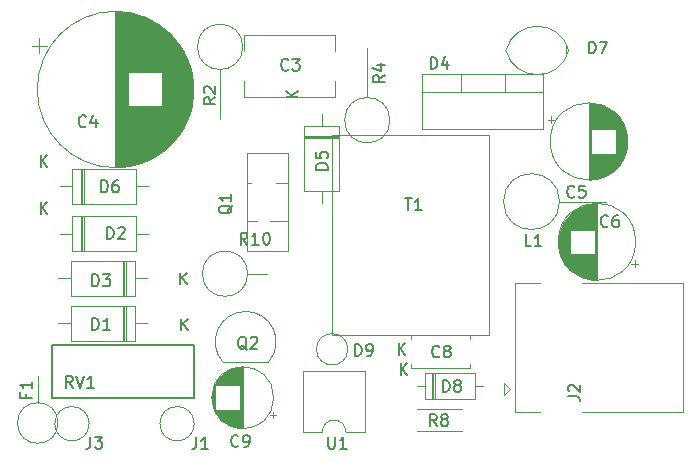
<source format=gbr>
G04 #@! TF.GenerationSoftware,KiCad,Pcbnew,(6.0.5)*
G04 #@! TF.CreationDate,2022-05-08T20:16:57+02:00*
G04 #@! TF.ProjectId,Zasilacz_5V_impulsowy,5a617369-6c61-4637-9a5f-35565f696d70,rev?*
G04 #@! TF.SameCoordinates,Original*
G04 #@! TF.FileFunction,Legend,Top*
G04 #@! TF.FilePolarity,Positive*
%FSLAX46Y46*%
G04 Gerber Fmt 4.6, Leading zero omitted, Abs format (unit mm)*
G04 Created by KiCad (PCBNEW (6.0.5)) date 2022-05-08 20:16:57*
%MOMM*%
%LPD*%
G01*
G04 APERTURE LIST*
%ADD10C,0.150000*%
%ADD11C,0.120000*%
G04 APERTURE END LIST*
D10*
G04 #@! TO.C,C3*
X104433333Y-98907142D02*
X104385714Y-98954761D01*
X104242857Y-99002380D01*
X104147619Y-99002380D01*
X104004761Y-98954761D01*
X103909523Y-98859523D01*
X103861904Y-98764285D01*
X103814285Y-98573809D01*
X103814285Y-98430952D01*
X103861904Y-98240476D01*
X103909523Y-98145238D01*
X104004761Y-98050000D01*
X104147619Y-98002380D01*
X104242857Y-98002380D01*
X104385714Y-98050000D01*
X104433333Y-98097619D01*
X104766666Y-98002380D02*
X105385714Y-98002380D01*
X105052380Y-98383333D01*
X105195238Y-98383333D01*
X105290476Y-98430952D01*
X105338095Y-98478571D01*
X105385714Y-98573809D01*
X105385714Y-98811904D01*
X105338095Y-98907142D01*
X105290476Y-98954761D01*
X105195238Y-99002380D01*
X104909523Y-99002380D01*
X104814285Y-98954761D01*
X104766666Y-98907142D01*
G04 #@! TO.C,F1*
X82178571Y-126383333D02*
X82178571Y-126716666D01*
X82702380Y-126716666D02*
X81702380Y-126716666D01*
X81702380Y-126240476D01*
X82702380Y-125335714D02*
X82702380Y-125907142D01*
X82702380Y-125621428D02*
X81702380Y-125621428D01*
X81845238Y-125716666D01*
X81940476Y-125811904D01*
X81988095Y-125907142D01*
G04 #@! TO.C,C6*
X131483333Y-112157142D02*
X131435714Y-112204761D01*
X131292857Y-112252380D01*
X131197619Y-112252380D01*
X131054761Y-112204761D01*
X130959523Y-112109523D01*
X130911904Y-112014285D01*
X130864285Y-111823809D01*
X130864285Y-111680952D01*
X130911904Y-111490476D01*
X130959523Y-111395238D01*
X131054761Y-111300000D01*
X131197619Y-111252380D01*
X131292857Y-111252380D01*
X131435714Y-111300000D01*
X131483333Y-111347619D01*
X132340476Y-111252380D02*
X132150000Y-111252380D01*
X132054761Y-111300000D01*
X132007142Y-111347619D01*
X131911904Y-111490476D01*
X131864285Y-111680952D01*
X131864285Y-112061904D01*
X131911904Y-112157142D01*
X131959523Y-112204761D01*
X132054761Y-112252380D01*
X132245238Y-112252380D01*
X132340476Y-112204761D01*
X132388095Y-112157142D01*
X132435714Y-112061904D01*
X132435714Y-111823809D01*
X132388095Y-111728571D01*
X132340476Y-111680952D01*
X132245238Y-111633333D01*
X132054761Y-111633333D01*
X131959523Y-111680952D01*
X131911904Y-111728571D01*
X131864285Y-111823809D01*
G04 #@! TO.C,C4*
X87283333Y-103707142D02*
X87235714Y-103754761D01*
X87092857Y-103802380D01*
X86997619Y-103802380D01*
X86854761Y-103754761D01*
X86759523Y-103659523D01*
X86711904Y-103564285D01*
X86664285Y-103373809D01*
X86664285Y-103230952D01*
X86711904Y-103040476D01*
X86759523Y-102945238D01*
X86854761Y-102850000D01*
X86997619Y-102802380D01*
X87092857Y-102802380D01*
X87235714Y-102850000D01*
X87283333Y-102897619D01*
X88140476Y-103135714D02*
X88140476Y-103802380D01*
X87902380Y-102754761D02*
X87664285Y-103469047D01*
X88283333Y-103469047D01*
G04 #@! TO.C,J2*
X128102380Y-126583333D02*
X128816666Y-126583333D01*
X128959523Y-126630952D01*
X129054761Y-126726190D01*
X129102380Y-126869047D01*
X129102380Y-126964285D01*
X128197619Y-126154761D02*
X128150000Y-126107142D01*
X128102380Y-126011904D01*
X128102380Y-125773809D01*
X128150000Y-125678571D01*
X128197619Y-125630952D01*
X128292857Y-125583333D01*
X128388095Y-125583333D01*
X128530952Y-125630952D01*
X129102380Y-126202380D01*
X129102380Y-125583333D01*
G04 #@! TO.C,C9*
X100183333Y-130757142D02*
X100135714Y-130804761D01*
X99992857Y-130852380D01*
X99897619Y-130852380D01*
X99754761Y-130804761D01*
X99659523Y-130709523D01*
X99611904Y-130614285D01*
X99564285Y-130423809D01*
X99564285Y-130280952D01*
X99611904Y-130090476D01*
X99659523Y-129995238D01*
X99754761Y-129900000D01*
X99897619Y-129852380D01*
X99992857Y-129852380D01*
X100135714Y-129900000D01*
X100183333Y-129947619D01*
X100659523Y-130852380D02*
X100850000Y-130852380D01*
X100945238Y-130804761D01*
X100992857Y-130757142D01*
X101088095Y-130614285D01*
X101135714Y-130423809D01*
X101135714Y-130042857D01*
X101088095Y-129947619D01*
X101040476Y-129900000D01*
X100945238Y-129852380D01*
X100754761Y-129852380D01*
X100659523Y-129900000D01*
X100611904Y-129947619D01*
X100564285Y-130042857D01*
X100564285Y-130280952D01*
X100611904Y-130376190D01*
X100659523Y-130423809D01*
X100754761Y-130471428D01*
X100945238Y-130471428D01*
X101040476Y-130423809D01*
X101088095Y-130376190D01*
X101135714Y-130280952D01*
G04 #@! TO.C,J3*
X87666666Y-130002380D02*
X87666666Y-130716666D01*
X87619047Y-130859523D01*
X87523809Y-130954761D01*
X87380952Y-131002380D01*
X87285714Y-131002380D01*
X88047619Y-130002380D02*
X88666666Y-130002380D01*
X88333333Y-130383333D01*
X88476190Y-130383333D01*
X88571428Y-130430952D01*
X88619047Y-130478571D01*
X88666666Y-130573809D01*
X88666666Y-130811904D01*
X88619047Y-130907142D01*
X88571428Y-130954761D01*
X88476190Y-131002380D01*
X88190476Y-131002380D01*
X88095238Y-130954761D01*
X88047619Y-130907142D01*
G04 #@! TO.C,D3*
X87811904Y-117252380D02*
X87811904Y-116252380D01*
X88050000Y-116252380D01*
X88192857Y-116300000D01*
X88288095Y-116395238D01*
X88335714Y-116490476D01*
X88383333Y-116680952D01*
X88383333Y-116823809D01*
X88335714Y-117014285D01*
X88288095Y-117109523D01*
X88192857Y-117204761D01*
X88050000Y-117252380D01*
X87811904Y-117252380D01*
X88716666Y-116252380D02*
X89335714Y-116252380D01*
X89002380Y-116633333D01*
X89145238Y-116633333D01*
X89240476Y-116680952D01*
X89288095Y-116728571D01*
X89335714Y-116823809D01*
X89335714Y-117061904D01*
X89288095Y-117157142D01*
X89240476Y-117204761D01*
X89145238Y-117252380D01*
X88859523Y-117252380D01*
X88764285Y-117204761D01*
X88716666Y-117157142D01*
X95238095Y-117102380D02*
X95238095Y-116102380D01*
X95809523Y-117102380D02*
X95380952Y-116530952D01*
X95809523Y-116102380D02*
X95238095Y-116673809D01*
G04 #@! TO.C,C8*
X117203333Y-123187142D02*
X117155714Y-123234761D01*
X117012857Y-123282380D01*
X116917619Y-123282380D01*
X116774761Y-123234761D01*
X116679523Y-123139523D01*
X116631904Y-123044285D01*
X116584285Y-122853809D01*
X116584285Y-122710952D01*
X116631904Y-122520476D01*
X116679523Y-122425238D01*
X116774761Y-122330000D01*
X116917619Y-122282380D01*
X117012857Y-122282380D01*
X117155714Y-122330000D01*
X117203333Y-122377619D01*
X117774761Y-122710952D02*
X117679523Y-122663333D01*
X117631904Y-122615714D01*
X117584285Y-122520476D01*
X117584285Y-122472857D01*
X117631904Y-122377619D01*
X117679523Y-122330000D01*
X117774761Y-122282380D01*
X117965238Y-122282380D01*
X118060476Y-122330000D01*
X118108095Y-122377619D01*
X118155714Y-122472857D01*
X118155714Y-122520476D01*
X118108095Y-122615714D01*
X118060476Y-122663333D01*
X117965238Y-122710952D01*
X117774761Y-122710952D01*
X117679523Y-122758571D01*
X117631904Y-122806190D01*
X117584285Y-122901428D01*
X117584285Y-123091904D01*
X117631904Y-123187142D01*
X117679523Y-123234761D01*
X117774761Y-123282380D01*
X117965238Y-123282380D01*
X118060476Y-123234761D01*
X118108095Y-123187142D01*
X118155714Y-123091904D01*
X118155714Y-122901428D01*
X118108095Y-122806190D01*
X118060476Y-122758571D01*
X117965238Y-122710952D01*
G04 #@! TO.C,T1*
X114288095Y-109802380D02*
X114859523Y-109802380D01*
X114573809Y-110802380D02*
X114573809Y-109802380D01*
X115716666Y-110802380D02*
X115145238Y-110802380D01*
X115430952Y-110802380D02*
X115430952Y-109802380D01*
X115335714Y-109945238D01*
X115240476Y-110040476D01*
X115145238Y-110088095D01*
G04 #@! TO.C,D4*
X116461904Y-98852380D02*
X116461904Y-97852380D01*
X116700000Y-97852380D01*
X116842857Y-97900000D01*
X116938095Y-97995238D01*
X116985714Y-98090476D01*
X117033333Y-98280952D01*
X117033333Y-98423809D01*
X116985714Y-98614285D01*
X116938095Y-98709523D01*
X116842857Y-98804761D01*
X116700000Y-98852380D01*
X116461904Y-98852380D01*
X117890476Y-98185714D02*
X117890476Y-98852380D01*
X117652380Y-97804761D02*
X117414285Y-98519047D01*
X118033333Y-98519047D01*
G04 #@! TO.C,RV1*
X86154761Y-125852380D02*
X85821428Y-125376190D01*
X85583333Y-125852380D02*
X85583333Y-124852380D01*
X85964285Y-124852380D01*
X86059523Y-124900000D01*
X86107142Y-124947619D01*
X86154761Y-125042857D01*
X86154761Y-125185714D01*
X86107142Y-125280952D01*
X86059523Y-125328571D01*
X85964285Y-125376190D01*
X85583333Y-125376190D01*
X86440476Y-124852380D02*
X86773809Y-125852380D01*
X87107142Y-124852380D01*
X87964285Y-125852380D02*
X87392857Y-125852380D01*
X87678571Y-125852380D02*
X87678571Y-124852380D01*
X87583333Y-124995238D01*
X87488095Y-125090476D01*
X87392857Y-125138095D01*
G04 #@! TO.C,R8*
X116983333Y-129102380D02*
X116650000Y-128626190D01*
X116411904Y-129102380D02*
X116411904Y-128102380D01*
X116792857Y-128102380D01*
X116888095Y-128150000D01*
X116935714Y-128197619D01*
X116983333Y-128292857D01*
X116983333Y-128435714D01*
X116935714Y-128530952D01*
X116888095Y-128578571D01*
X116792857Y-128626190D01*
X116411904Y-128626190D01*
X117554761Y-128530952D02*
X117459523Y-128483333D01*
X117411904Y-128435714D01*
X117364285Y-128340476D01*
X117364285Y-128292857D01*
X117411904Y-128197619D01*
X117459523Y-128150000D01*
X117554761Y-128102380D01*
X117745238Y-128102380D01*
X117840476Y-128150000D01*
X117888095Y-128197619D01*
X117935714Y-128292857D01*
X117935714Y-128340476D01*
X117888095Y-128435714D01*
X117840476Y-128483333D01*
X117745238Y-128530952D01*
X117554761Y-128530952D01*
X117459523Y-128578571D01*
X117411904Y-128626190D01*
X117364285Y-128721428D01*
X117364285Y-128911904D01*
X117411904Y-129007142D01*
X117459523Y-129054761D01*
X117554761Y-129102380D01*
X117745238Y-129102380D01*
X117840476Y-129054761D01*
X117888095Y-129007142D01*
X117935714Y-128911904D01*
X117935714Y-128721428D01*
X117888095Y-128626190D01*
X117840476Y-128578571D01*
X117745238Y-128530952D01*
G04 #@! TO.C,D5*
X107752380Y-107388095D02*
X106752380Y-107388095D01*
X106752380Y-107150000D01*
X106800000Y-107007142D01*
X106895238Y-106911904D01*
X106990476Y-106864285D01*
X107180952Y-106816666D01*
X107323809Y-106816666D01*
X107514285Y-106864285D01*
X107609523Y-106911904D01*
X107704761Y-107007142D01*
X107752380Y-107150000D01*
X107752380Y-107388095D01*
X106752380Y-105911904D02*
X106752380Y-106388095D01*
X107228571Y-106435714D01*
X107180952Y-106388095D01*
X107133333Y-106292857D01*
X107133333Y-106054761D01*
X107180952Y-105959523D01*
X107228571Y-105911904D01*
X107323809Y-105864285D01*
X107561904Y-105864285D01*
X107657142Y-105911904D01*
X107704761Y-105959523D01*
X107752380Y-106054761D01*
X107752380Y-106292857D01*
X107704761Y-106388095D01*
X107657142Y-106435714D01*
X105252380Y-101261904D02*
X104252380Y-101261904D01*
X105252380Y-100690476D02*
X104680952Y-101119047D01*
X104252380Y-100690476D02*
X104823809Y-101261904D01*
G04 #@! TO.C,D8*
X117511904Y-126202380D02*
X117511904Y-125202380D01*
X117750000Y-125202380D01*
X117892857Y-125250000D01*
X117988095Y-125345238D01*
X118035714Y-125440476D01*
X118083333Y-125630952D01*
X118083333Y-125773809D01*
X118035714Y-125964285D01*
X117988095Y-126059523D01*
X117892857Y-126154761D01*
X117750000Y-126202380D01*
X117511904Y-126202380D01*
X118654761Y-125630952D02*
X118559523Y-125583333D01*
X118511904Y-125535714D01*
X118464285Y-125440476D01*
X118464285Y-125392857D01*
X118511904Y-125297619D01*
X118559523Y-125250000D01*
X118654761Y-125202380D01*
X118845238Y-125202380D01*
X118940476Y-125250000D01*
X118988095Y-125297619D01*
X119035714Y-125392857D01*
X119035714Y-125440476D01*
X118988095Y-125535714D01*
X118940476Y-125583333D01*
X118845238Y-125630952D01*
X118654761Y-125630952D01*
X118559523Y-125678571D01*
X118511904Y-125726190D01*
X118464285Y-125821428D01*
X118464285Y-126011904D01*
X118511904Y-126107142D01*
X118559523Y-126154761D01*
X118654761Y-126202380D01*
X118845238Y-126202380D01*
X118940476Y-126154761D01*
X118988095Y-126107142D01*
X119035714Y-126011904D01*
X119035714Y-125821428D01*
X118988095Y-125726190D01*
X118940476Y-125678571D01*
X118845238Y-125630952D01*
X113938095Y-124802380D02*
X113938095Y-123802380D01*
X114509523Y-124802380D02*
X114080952Y-124230952D01*
X114509523Y-123802380D02*
X113938095Y-124373809D01*
G04 #@! TO.C,D9*
X110061904Y-123152380D02*
X110061904Y-122152380D01*
X110300000Y-122152380D01*
X110442857Y-122200000D01*
X110538095Y-122295238D01*
X110585714Y-122390476D01*
X110633333Y-122580952D01*
X110633333Y-122723809D01*
X110585714Y-122914285D01*
X110538095Y-123009523D01*
X110442857Y-123104761D01*
X110300000Y-123152380D01*
X110061904Y-123152380D01*
X111109523Y-123152380D02*
X111300000Y-123152380D01*
X111395238Y-123104761D01*
X111442857Y-123057142D01*
X111538095Y-122914285D01*
X111585714Y-122723809D01*
X111585714Y-122342857D01*
X111538095Y-122247619D01*
X111490476Y-122200000D01*
X111395238Y-122152380D01*
X111204761Y-122152380D01*
X111109523Y-122200000D01*
X111061904Y-122247619D01*
X111014285Y-122342857D01*
X111014285Y-122580952D01*
X111061904Y-122676190D01*
X111109523Y-122723809D01*
X111204761Y-122771428D01*
X111395238Y-122771428D01*
X111490476Y-122723809D01*
X111538095Y-122676190D01*
X111585714Y-122580952D01*
X113763781Y-123052380D02*
X113763781Y-122052380D01*
X114335209Y-123052380D02*
X113906638Y-122480952D01*
X114335209Y-122052380D02*
X113763781Y-122623809D01*
G04 #@! TO.C,D7*
X129861904Y-97552380D02*
X129861904Y-96552380D01*
X130100000Y-96552380D01*
X130242857Y-96600000D01*
X130338095Y-96695238D01*
X130385714Y-96790476D01*
X130433333Y-96980952D01*
X130433333Y-97123809D01*
X130385714Y-97314285D01*
X130338095Y-97409523D01*
X130242857Y-97504761D01*
X130100000Y-97552380D01*
X129861904Y-97552380D01*
X130766666Y-96552380D02*
X131433333Y-96552380D01*
X131004761Y-97552380D01*
G04 #@! TO.C,D2*
X89061904Y-113252380D02*
X89061904Y-112252380D01*
X89300000Y-112252380D01*
X89442857Y-112300000D01*
X89538095Y-112395238D01*
X89585714Y-112490476D01*
X89633333Y-112680952D01*
X89633333Y-112823809D01*
X89585714Y-113014285D01*
X89538095Y-113109523D01*
X89442857Y-113204761D01*
X89300000Y-113252380D01*
X89061904Y-113252380D01*
X90014285Y-112347619D02*
X90061904Y-112300000D01*
X90157142Y-112252380D01*
X90395238Y-112252380D01*
X90490476Y-112300000D01*
X90538095Y-112347619D01*
X90585714Y-112442857D01*
X90585714Y-112538095D01*
X90538095Y-112680952D01*
X89966666Y-113252380D01*
X90585714Y-113252380D01*
X83458095Y-111152380D02*
X83458095Y-110152380D01*
X84029523Y-111152380D02*
X83600952Y-110580952D01*
X84029523Y-110152380D02*
X83458095Y-110723809D01*
G04 #@! TO.C,R10*
X100957142Y-113732380D02*
X100623809Y-113256190D01*
X100385714Y-113732380D02*
X100385714Y-112732380D01*
X100766666Y-112732380D01*
X100861904Y-112780000D01*
X100909523Y-112827619D01*
X100957142Y-112922857D01*
X100957142Y-113065714D01*
X100909523Y-113160952D01*
X100861904Y-113208571D01*
X100766666Y-113256190D01*
X100385714Y-113256190D01*
X101909523Y-113732380D02*
X101338095Y-113732380D01*
X101623809Y-113732380D02*
X101623809Y-112732380D01*
X101528571Y-112875238D01*
X101433333Y-112970476D01*
X101338095Y-113018095D01*
X102528571Y-112732380D02*
X102623809Y-112732380D01*
X102719047Y-112780000D01*
X102766666Y-112827619D01*
X102814285Y-112922857D01*
X102861904Y-113113333D01*
X102861904Y-113351428D01*
X102814285Y-113541904D01*
X102766666Y-113637142D01*
X102719047Y-113684761D01*
X102623809Y-113732380D01*
X102528571Y-113732380D01*
X102433333Y-113684761D01*
X102385714Y-113637142D01*
X102338095Y-113541904D01*
X102290476Y-113351428D01*
X102290476Y-113113333D01*
X102338095Y-112922857D01*
X102385714Y-112827619D01*
X102433333Y-112780000D01*
X102528571Y-112732380D01*
G04 #@! TO.C,Q1*
X99672619Y-110385238D02*
X99625000Y-110480476D01*
X99529761Y-110575714D01*
X99386904Y-110718571D01*
X99339285Y-110813809D01*
X99339285Y-110909047D01*
X99577380Y-110861428D02*
X99529761Y-110956666D01*
X99434523Y-111051904D01*
X99244047Y-111099523D01*
X98910714Y-111099523D01*
X98720238Y-111051904D01*
X98625000Y-110956666D01*
X98577380Y-110861428D01*
X98577380Y-110670952D01*
X98625000Y-110575714D01*
X98720238Y-110480476D01*
X98910714Y-110432857D01*
X99244047Y-110432857D01*
X99434523Y-110480476D01*
X99529761Y-110575714D01*
X99577380Y-110670952D01*
X99577380Y-110861428D01*
X99577380Y-109480476D02*
X99577380Y-110051904D01*
X99577380Y-109766190D02*
X98577380Y-109766190D01*
X98720238Y-109861428D01*
X98815476Y-109956666D01*
X98863095Y-110051904D01*
G04 #@! TO.C,R4*
X112572380Y-99386666D02*
X112096190Y-99720000D01*
X112572380Y-99958095D02*
X111572380Y-99958095D01*
X111572380Y-99577142D01*
X111620000Y-99481904D01*
X111667619Y-99434285D01*
X111762857Y-99386666D01*
X111905714Y-99386666D01*
X112000952Y-99434285D01*
X112048571Y-99481904D01*
X112096190Y-99577142D01*
X112096190Y-99958095D01*
X111905714Y-98529523D02*
X112572380Y-98529523D01*
X111524761Y-98767619D02*
X112239047Y-99005714D01*
X112239047Y-98386666D01*
G04 #@! TO.C,D6*
X88561904Y-109302380D02*
X88561904Y-108302380D01*
X88800000Y-108302380D01*
X88942857Y-108350000D01*
X89038095Y-108445238D01*
X89085714Y-108540476D01*
X89133333Y-108730952D01*
X89133333Y-108873809D01*
X89085714Y-109064285D01*
X89038095Y-109159523D01*
X88942857Y-109254761D01*
X88800000Y-109302380D01*
X88561904Y-109302380D01*
X89990476Y-108302380D02*
X89800000Y-108302380D01*
X89704761Y-108350000D01*
X89657142Y-108397619D01*
X89561904Y-108540476D01*
X89514285Y-108730952D01*
X89514285Y-109111904D01*
X89561904Y-109207142D01*
X89609523Y-109254761D01*
X89704761Y-109302380D01*
X89895238Y-109302380D01*
X89990476Y-109254761D01*
X90038095Y-109207142D01*
X90085714Y-109111904D01*
X90085714Y-108873809D01*
X90038095Y-108778571D01*
X89990476Y-108730952D01*
X89895238Y-108683333D01*
X89704761Y-108683333D01*
X89609523Y-108730952D01*
X89561904Y-108778571D01*
X89514285Y-108873809D01*
X83458095Y-107152380D02*
X83458095Y-106152380D01*
X84029523Y-107152380D02*
X83600952Y-106580952D01*
X84029523Y-106152380D02*
X83458095Y-106723809D01*
G04 #@! TO.C,J1*
X96616666Y-130052380D02*
X96616666Y-130766666D01*
X96569047Y-130909523D01*
X96473809Y-131004761D01*
X96330952Y-131052380D01*
X96235714Y-131052380D01*
X97616666Y-131052380D02*
X97045238Y-131052380D01*
X97330952Y-131052380D02*
X97330952Y-130052380D01*
X97235714Y-130195238D01*
X97140476Y-130290476D01*
X97045238Y-130338095D01*
G04 #@! TO.C,Q2*
X100904761Y-122647619D02*
X100809523Y-122600000D01*
X100714285Y-122504761D01*
X100571428Y-122361904D01*
X100476190Y-122314285D01*
X100380952Y-122314285D01*
X100428571Y-122552380D02*
X100333333Y-122504761D01*
X100238095Y-122409523D01*
X100190476Y-122219047D01*
X100190476Y-121885714D01*
X100238095Y-121695238D01*
X100333333Y-121600000D01*
X100428571Y-121552380D01*
X100619047Y-121552380D01*
X100714285Y-121600000D01*
X100809523Y-121695238D01*
X100857142Y-121885714D01*
X100857142Y-122219047D01*
X100809523Y-122409523D01*
X100714285Y-122504761D01*
X100619047Y-122552380D01*
X100428571Y-122552380D01*
X101238095Y-121647619D02*
X101285714Y-121600000D01*
X101380952Y-121552380D01*
X101619047Y-121552380D01*
X101714285Y-121600000D01*
X101761904Y-121647619D01*
X101809523Y-121742857D01*
X101809523Y-121838095D01*
X101761904Y-121980952D01*
X101190476Y-122552380D01*
X101809523Y-122552380D01*
G04 #@! TO.C,R2*
X98252380Y-101276666D02*
X97776190Y-101610000D01*
X98252380Y-101848095D02*
X97252380Y-101848095D01*
X97252380Y-101467142D01*
X97300000Y-101371904D01*
X97347619Y-101324285D01*
X97442857Y-101276666D01*
X97585714Y-101276666D01*
X97680952Y-101324285D01*
X97728571Y-101371904D01*
X97776190Y-101467142D01*
X97776190Y-101848095D01*
X97347619Y-100895714D02*
X97300000Y-100848095D01*
X97252380Y-100752857D01*
X97252380Y-100514761D01*
X97300000Y-100419523D01*
X97347619Y-100371904D01*
X97442857Y-100324285D01*
X97538095Y-100324285D01*
X97680952Y-100371904D01*
X98252380Y-100943333D01*
X98252380Y-100324285D01*
G04 #@! TO.C,D1*
X87811904Y-120952380D02*
X87811904Y-119952380D01*
X88050000Y-119952380D01*
X88192857Y-120000000D01*
X88288095Y-120095238D01*
X88335714Y-120190476D01*
X88383333Y-120380952D01*
X88383333Y-120523809D01*
X88335714Y-120714285D01*
X88288095Y-120809523D01*
X88192857Y-120904761D01*
X88050000Y-120952380D01*
X87811904Y-120952380D01*
X89335714Y-120952380D02*
X88764285Y-120952380D01*
X89050000Y-120952380D02*
X89050000Y-119952380D01*
X88954761Y-120095238D01*
X88859523Y-120190476D01*
X88764285Y-120238095D01*
X95338095Y-121002380D02*
X95338095Y-120002380D01*
X95909523Y-121002380D02*
X95480952Y-120430952D01*
X95909523Y-120002380D02*
X95338095Y-120573809D01*
G04 #@! TO.C,U1*
X107788095Y-130002380D02*
X107788095Y-130811904D01*
X107835714Y-130907142D01*
X107883333Y-130954761D01*
X107978571Y-131002380D01*
X108169047Y-131002380D01*
X108264285Y-130954761D01*
X108311904Y-130907142D01*
X108359523Y-130811904D01*
X108359523Y-130002380D01*
X109359523Y-131002380D02*
X108788095Y-131002380D01*
X109073809Y-131002380D02*
X109073809Y-130002380D01*
X108978571Y-130145238D01*
X108883333Y-130240476D01*
X108788095Y-130288095D01*
G04 #@! TO.C,L1*
X124983333Y-113852380D02*
X124507142Y-113852380D01*
X124507142Y-112852380D01*
X125840476Y-113852380D02*
X125269047Y-113852380D01*
X125554761Y-113852380D02*
X125554761Y-112852380D01*
X125459523Y-112995238D01*
X125364285Y-113090476D01*
X125269047Y-113138095D01*
G04 #@! TO.C,C5*
X128633333Y-109657142D02*
X128585714Y-109704761D01*
X128442857Y-109752380D01*
X128347619Y-109752380D01*
X128204761Y-109704761D01*
X128109523Y-109609523D01*
X128061904Y-109514285D01*
X128014285Y-109323809D01*
X128014285Y-109180952D01*
X128061904Y-108990476D01*
X128109523Y-108895238D01*
X128204761Y-108800000D01*
X128347619Y-108752380D01*
X128442857Y-108752380D01*
X128585714Y-108800000D01*
X128633333Y-108847619D01*
X129538095Y-108752380D02*
X129061904Y-108752380D01*
X129014285Y-109228571D01*
X129061904Y-109180952D01*
X129157142Y-109133333D01*
X129395238Y-109133333D01*
X129490476Y-109180952D01*
X129538095Y-109228571D01*
X129585714Y-109323809D01*
X129585714Y-109561904D01*
X129538095Y-109657142D01*
X129490476Y-109704761D01*
X129395238Y-109752380D01*
X129157142Y-109752380D01*
X129061904Y-109704761D01*
X129014285Y-109657142D01*
D11*
G04 #@! TO.C,C3*
X100630000Y-101220000D02*
X108370000Y-101220000D01*
X108370000Y-95980000D02*
X108370000Y-97344000D01*
X100630000Y-95980000D02*
X100630000Y-97344000D01*
X100630000Y-99856000D02*
X100630000Y-101220000D01*
X108370000Y-99856000D02*
X108370000Y-101220000D01*
X100630000Y-95980000D02*
X108370000Y-95980000D01*
G04 #@! TO.C,F1*
X83200000Y-127120000D02*
X83200000Y-124860000D01*
X84920000Y-128840000D02*
G75*
G03*
X84920000Y-128840000I-1720000J0D01*
G01*
G04 #@! TO.C,C6*
X128869000Y-112460000D02*
X128869000Y-110734000D01*
X128629000Y-116107000D02*
X128629000Y-114540000D01*
X128909000Y-116290000D02*
X128909000Y-114540000D01*
X129789000Y-112460000D02*
X129789000Y-110359000D01*
X129789000Y-116641000D02*
X129789000Y-114540000D01*
X129870000Y-112460000D02*
X129870000Y-110341000D01*
X128589000Y-116078000D02*
X128589000Y-114540000D01*
X129389000Y-112460000D02*
X129389000Y-110482000D01*
X128429000Y-115950000D02*
X128429000Y-114540000D01*
X129669000Y-112460000D02*
X129669000Y-110390000D01*
X129589000Y-112460000D02*
X129589000Y-110414000D01*
X129469000Y-112460000D02*
X129469000Y-110453000D01*
X129149000Y-116416000D02*
X129149000Y-114540000D01*
X129429000Y-112460000D02*
X129429000Y-110467000D01*
X128269000Y-115805000D02*
X128269000Y-114540000D01*
X128669000Y-116136000D02*
X128669000Y-114540000D01*
X128349000Y-115880000D02*
X128349000Y-114540000D01*
X130270000Y-112460000D02*
X130270000Y-110282000D01*
X130350000Y-116724000D02*
X130350000Y-110276000D01*
X128949000Y-116312000D02*
X128949000Y-114540000D01*
X130070000Y-116695000D02*
X130070000Y-114540000D01*
X129549000Y-116574000D02*
X129549000Y-114540000D01*
X128229000Y-115765000D02*
X128229000Y-111235000D01*
X129629000Y-116598000D02*
X129629000Y-114540000D01*
X127989000Y-115495000D02*
X127989000Y-111505000D01*
X129589000Y-116586000D02*
X129589000Y-114540000D01*
X129829000Y-112460000D02*
X129829000Y-110350000D01*
X130470000Y-116730000D02*
X130470000Y-110270000D01*
X127909000Y-115390000D02*
X127909000Y-111610000D01*
X129069000Y-112460000D02*
X129069000Y-110624000D01*
X130190000Y-112460000D02*
X130190000Y-110289000D01*
X129829000Y-116650000D02*
X129829000Y-114540000D01*
X127949000Y-115444000D02*
X127949000Y-111556000D01*
X128469000Y-112460000D02*
X128469000Y-111016000D01*
X129469000Y-116547000D02*
X129469000Y-114540000D01*
X129229000Y-112460000D02*
X129229000Y-110548000D01*
X129870000Y-116659000D02*
X129870000Y-114540000D01*
X130310000Y-116722000D02*
X130310000Y-114540000D01*
X128669000Y-112460000D02*
X128669000Y-110864000D01*
X129549000Y-112460000D02*
X129549000Y-110426000D01*
X129709000Y-112460000D02*
X129709000Y-110379000D01*
X129749000Y-112460000D02*
X129749000Y-110369000D01*
X130030000Y-112460000D02*
X130030000Y-110311000D01*
X128069000Y-115592000D02*
X128069000Y-111408000D01*
X128629000Y-112460000D02*
X128629000Y-110893000D01*
X130510000Y-116730000D02*
X130510000Y-110270000D01*
X127629000Y-114932000D02*
X127629000Y-112068000D01*
X129910000Y-116667000D02*
X129910000Y-114540000D01*
X130150000Y-116706000D02*
X130150000Y-114540000D01*
X129950000Y-116675000D02*
X129950000Y-114540000D01*
X129309000Y-112460000D02*
X129309000Y-110514000D01*
X127669000Y-115009000D02*
X127669000Y-111991000D01*
X128109000Y-115637000D02*
X128109000Y-111363000D01*
X128749000Y-112460000D02*
X128749000Y-110810000D01*
X128829000Y-116242000D02*
X128829000Y-114540000D01*
X130230000Y-112460000D02*
X130230000Y-110285000D01*
X127749000Y-115150000D02*
X127749000Y-111850000D01*
X129669000Y-116610000D02*
X129669000Y-114540000D01*
X128589000Y-112460000D02*
X128589000Y-110922000D01*
X127549000Y-114762000D02*
X127549000Y-112238000D01*
X128349000Y-112460000D02*
X128349000Y-111120000D01*
X127709000Y-115081000D02*
X127709000Y-111919000D01*
X128389000Y-115916000D02*
X128389000Y-114540000D01*
X129990000Y-116682000D02*
X129990000Y-114540000D01*
X128429000Y-112460000D02*
X128429000Y-111050000D01*
X129749000Y-116631000D02*
X129749000Y-114540000D01*
X128989000Y-116334000D02*
X128989000Y-114540000D01*
X127389000Y-114302000D02*
X127389000Y-112698000D01*
X129029000Y-116356000D02*
X129029000Y-114540000D01*
X127789000Y-115214000D02*
X127789000Y-111786000D01*
X129349000Y-116502000D02*
X129349000Y-114540000D01*
X129269000Y-116470000D02*
X129269000Y-114540000D01*
X127829000Y-115276000D02*
X127829000Y-111724000D01*
X128789000Y-112460000D02*
X128789000Y-110784000D01*
X128869000Y-116266000D02*
X128869000Y-114540000D01*
X130070000Y-112460000D02*
X130070000Y-110305000D01*
X127869000Y-115334000D02*
X127869000Y-111666000D01*
X129189000Y-116434000D02*
X129189000Y-114540000D01*
X130190000Y-116711000D02*
X130190000Y-114540000D01*
X129389000Y-116518000D02*
X129389000Y-114540000D01*
X128509000Y-116016000D02*
X128509000Y-114540000D01*
X129629000Y-112460000D02*
X129629000Y-110402000D01*
X128749000Y-116190000D02*
X128749000Y-114540000D01*
X128309000Y-112460000D02*
X128309000Y-111157000D01*
X130390000Y-116727000D02*
X130390000Y-110273000D01*
X128989000Y-112460000D02*
X128989000Y-110666000D01*
X128309000Y-115843000D02*
X128309000Y-114540000D01*
X129509000Y-116561000D02*
X129509000Y-114540000D01*
X129029000Y-112460000D02*
X129029000Y-110644000D01*
X129349000Y-112460000D02*
X129349000Y-110498000D01*
X128509000Y-112460000D02*
X128509000Y-110984000D01*
X130270000Y-116718000D02*
X130270000Y-114540000D01*
X127429000Y-114440000D02*
X127429000Y-112560000D01*
X130550000Y-116730000D02*
X130550000Y-110270000D01*
X129069000Y-116376000D02*
X129069000Y-114540000D01*
X129269000Y-112460000D02*
X129269000Y-110530000D01*
X133735241Y-115654000D02*
X133735241Y-115024000D01*
X129189000Y-112460000D02*
X129189000Y-110566000D01*
X130110000Y-116701000D02*
X130110000Y-114540000D01*
X129990000Y-112460000D02*
X129990000Y-110318000D01*
X129509000Y-112460000D02*
X129509000Y-110439000D01*
X128189000Y-115724000D02*
X128189000Y-111276000D01*
X128269000Y-112460000D02*
X128269000Y-111195000D01*
X130310000Y-112460000D02*
X130310000Y-110278000D01*
X130030000Y-116689000D02*
X130030000Y-114540000D01*
X129709000Y-116621000D02*
X129709000Y-114540000D01*
X128549000Y-112460000D02*
X128549000Y-110952000D01*
X130150000Y-112460000D02*
X130150000Y-110294000D01*
X134050241Y-115339000D02*
X133420241Y-115339000D01*
X128469000Y-115984000D02*
X128469000Y-114540000D01*
X128709000Y-116164000D02*
X128709000Y-114540000D01*
X128949000Y-112460000D02*
X128949000Y-110688000D01*
X130230000Y-116715000D02*
X130230000Y-114540000D01*
X128029000Y-115544000D02*
X128029000Y-111456000D01*
X128709000Y-112460000D02*
X128709000Y-110836000D01*
X130430000Y-116728000D02*
X130430000Y-110272000D01*
X128909000Y-112460000D02*
X128909000Y-110710000D01*
X127469000Y-114559000D02*
X127469000Y-112441000D01*
X128389000Y-112460000D02*
X128389000Y-111084000D01*
X128789000Y-116216000D02*
X128789000Y-114540000D01*
X128549000Y-116048000D02*
X128549000Y-114540000D01*
X129950000Y-112460000D02*
X129950000Y-110325000D01*
X129229000Y-116452000D02*
X129229000Y-114540000D01*
X127509000Y-114665000D02*
X127509000Y-112335000D01*
X129910000Y-112460000D02*
X129910000Y-110333000D01*
X127589000Y-114850000D02*
X127589000Y-112150000D01*
X127349000Y-114133000D02*
X127349000Y-112867000D01*
X128829000Y-112460000D02*
X128829000Y-110758000D01*
X127309000Y-113902000D02*
X127309000Y-113098000D01*
X129309000Y-116486000D02*
X129309000Y-114540000D01*
X129109000Y-116396000D02*
X129109000Y-114540000D01*
X128149000Y-115682000D02*
X128149000Y-111318000D01*
X129429000Y-116533000D02*
X129429000Y-114540000D01*
X129109000Y-112460000D02*
X129109000Y-110604000D01*
X129149000Y-112460000D02*
X129149000Y-110584000D01*
X130110000Y-112460000D02*
X130110000Y-110299000D01*
X133820000Y-113500000D02*
G75*
G03*
X133820000Y-113500000I-3270000J0D01*
G01*
G04 #@! TO.C,C4*
X90064785Y-94025000D02*
X90064785Y-107175000D01*
X89944785Y-94021000D02*
X89944785Y-107179000D01*
X95025785Y-96594000D02*
X95025785Y-104606000D01*
X90104785Y-94027000D02*
X90104785Y-107173000D01*
X92865785Y-102040000D02*
X92865785Y-106420000D01*
X94945785Y-96492000D02*
X94945785Y-104708000D01*
X95305785Y-96985000D02*
X95305785Y-104215000D01*
X91585785Y-102040000D02*
X91585785Y-106931000D01*
X92585785Y-94641000D02*
X92585785Y-99160000D01*
X93865785Y-95426000D02*
X93865785Y-105774000D01*
X91545785Y-102040000D02*
X91545785Y-106942000D01*
X93065785Y-94889000D02*
X93065785Y-99160000D01*
X93065785Y-102040000D02*
X93065785Y-106311000D01*
X91665785Y-102040000D02*
X91665785Y-106908000D01*
X94705785Y-96210000D02*
X94705785Y-104990000D01*
X91585785Y-94269000D02*
X91585785Y-99160000D01*
X90705785Y-94084000D02*
X90705785Y-107116000D01*
X92905785Y-102040000D02*
X92905785Y-106399000D01*
X92785785Y-94738000D02*
X92785785Y-99160000D01*
X89824785Y-94020000D02*
X89824785Y-107180000D01*
X93185785Y-102040000D02*
X93185785Y-106241000D01*
X91785785Y-102040000D02*
X91785785Y-106871000D01*
X91505785Y-94247000D02*
X91505785Y-99160000D01*
X90344785Y-94043000D02*
X90344785Y-107157000D01*
X92585785Y-102040000D02*
X92585785Y-106559000D01*
X92865785Y-94780000D02*
X92865785Y-99160000D01*
X91105785Y-94152000D02*
X91105785Y-99160000D01*
X92265785Y-94502000D02*
X92265785Y-99160000D01*
X96185785Y-98947000D02*
X96185785Y-102253000D01*
X90985785Y-102040000D02*
X90985785Y-107071000D01*
X96265785Y-99285000D02*
X96265785Y-101915000D01*
X91385785Y-102040000D02*
X91385785Y-106984000D01*
X94345785Y-95840000D02*
X94345785Y-105360000D01*
X92345785Y-102040000D02*
X92345785Y-106665000D01*
X92505785Y-102040000D02*
X92505785Y-106596000D01*
X90184785Y-94032000D02*
X90184785Y-107168000D01*
X91225785Y-102040000D02*
X91225785Y-107022000D01*
X91185785Y-102040000D02*
X91185785Y-107031000D01*
X91425785Y-94226000D02*
X91425785Y-99160000D01*
X90264785Y-94037000D02*
X90264785Y-107163000D01*
X94105785Y-95623000D02*
X94105785Y-105577000D01*
X93785785Y-95365000D02*
X93785785Y-105835000D01*
X95745785Y-97758000D02*
X95745785Y-103442000D01*
X95665785Y-97598000D02*
X95665785Y-103602000D01*
X91145785Y-94161000D02*
X91145785Y-99160000D01*
X93665785Y-102040000D02*
X93665785Y-105924000D01*
X91785785Y-94329000D02*
X91785785Y-99160000D01*
X90144785Y-94029000D02*
X90144785Y-107171000D01*
X96345785Y-99750000D02*
X96345785Y-101450000D01*
X92425785Y-102040000D02*
X92425785Y-106631000D01*
X90424785Y-94051000D02*
X90424785Y-107149000D01*
X91465785Y-94236000D02*
X91465785Y-99160000D01*
X92305785Y-102040000D02*
X92305785Y-106682000D01*
X92545785Y-102040000D02*
X92545785Y-106578000D01*
X92985785Y-94844000D02*
X92985785Y-99160000D01*
X94745785Y-96255000D02*
X94745785Y-104945000D01*
X92385785Y-94551000D02*
X92385785Y-99160000D01*
X94505785Y-95998000D02*
X94505785Y-105202000D01*
X91625785Y-102040000D02*
X91625785Y-106920000D01*
X94385785Y-95879000D02*
X94385785Y-105321000D01*
X94825785Y-96347000D02*
X94825785Y-104853000D01*
X93425785Y-95110000D02*
X93425785Y-99160000D01*
X91705785Y-102040000D02*
X91705785Y-106896000D01*
X93705785Y-95305000D02*
X93705785Y-99160000D01*
X90865785Y-94108000D02*
X90865785Y-99160000D01*
X93905785Y-95458000D02*
X93905785Y-105742000D01*
X94985785Y-96543000D02*
X94985785Y-104657000D01*
X89864785Y-94020000D02*
X89864785Y-107180000D01*
X95465785Y-97239000D02*
X95465785Y-103961000D01*
X93945785Y-95490000D02*
X93945785Y-105710000D01*
X93025785Y-94867000D02*
X93025785Y-99160000D01*
X95945785Y-98215000D02*
X95945785Y-102985000D01*
X90585785Y-94068000D02*
X90585785Y-107132000D01*
X92105785Y-94439000D02*
X92105785Y-99160000D01*
X90384785Y-94047000D02*
X90384785Y-107153000D01*
X91625785Y-94280000D02*
X91625785Y-99160000D01*
X96105785Y-98669000D02*
X96105785Y-102531000D01*
X93425785Y-102040000D02*
X93425785Y-106090000D01*
X94265785Y-95766000D02*
X94265785Y-105434000D01*
X92945785Y-94822000D02*
X92945785Y-99160000D01*
X95145785Y-96754000D02*
X95145785Y-104446000D01*
X95985785Y-98319000D02*
X95985785Y-102881000D01*
X92465785Y-102040000D02*
X92465785Y-106614000D01*
X90024785Y-94024000D02*
X90024785Y-107176000D01*
X96065785Y-98545000D02*
X96065785Y-102655000D01*
X93505785Y-102040000D02*
X93505785Y-106036000D01*
X93345785Y-102040000D02*
X93345785Y-106142000D01*
X94665785Y-96166000D02*
X94665785Y-105034000D01*
X92545785Y-94622000D02*
X92545785Y-99160000D01*
X93145785Y-102040000D02*
X93145785Y-106264000D01*
X90625785Y-94073000D02*
X90625785Y-107127000D01*
X95545785Y-97377000D02*
X95545785Y-103823000D01*
X92825785Y-94759000D02*
X92825785Y-99160000D01*
X92665785Y-94679000D02*
X92665785Y-99160000D01*
X91825785Y-102040000D02*
X91825785Y-106858000D01*
X91105785Y-102040000D02*
X91105785Y-107048000D01*
X93265785Y-102040000D02*
X93265785Y-106192000D01*
X93745785Y-95335000D02*
X93745785Y-105865000D01*
X93345785Y-95058000D02*
X93345785Y-99160000D01*
X95825785Y-97930000D02*
X95825785Y-103270000D01*
X94905785Y-96443000D02*
X94905785Y-104757000D01*
X93665785Y-95276000D02*
X93665785Y-99160000D01*
X93825785Y-95395000D02*
X93825785Y-105805000D01*
X95585785Y-97448000D02*
X95585785Y-103752000D01*
X93545785Y-102040000D02*
X93545785Y-106009000D01*
X91265785Y-94187000D02*
X91265785Y-99160000D01*
X93505785Y-95164000D02*
X93505785Y-99160000D01*
X94425785Y-95918000D02*
X94425785Y-105282000D01*
X91505785Y-102040000D02*
X91505785Y-106953000D01*
X93145785Y-94936000D02*
X93145785Y-99160000D01*
X92945785Y-102040000D02*
X92945785Y-106378000D01*
X93105785Y-102040000D02*
X93105785Y-106288000D01*
X92385785Y-102040000D02*
X92385785Y-106649000D01*
X92025785Y-102040000D02*
X92025785Y-106790000D01*
X93305785Y-102040000D02*
X93305785Y-106167000D01*
X90985785Y-94129000D02*
X90985785Y-99160000D01*
X91425785Y-102040000D02*
X91425785Y-106974000D01*
X92145785Y-94454000D02*
X92145785Y-99160000D01*
X82700216Y-96885000D02*
X84000216Y-96885000D01*
X92665785Y-102040000D02*
X92665785Y-106521000D01*
X96025785Y-98429000D02*
X96025785Y-102771000D01*
X95385785Y-97109000D02*
X95385785Y-104091000D01*
X92705785Y-94698000D02*
X92705785Y-99160000D01*
X91905785Y-94368000D02*
X91905785Y-99160000D01*
X89904785Y-94021000D02*
X89904785Y-107179000D01*
X91545785Y-94258000D02*
X91545785Y-99160000D01*
X94865785Y-96395000D02*
X94865785Y-104805000D01*
X93185785Y-94959000D02*
X93185785Y-99160000D01*
X95425785Y-97173000D02*
X95425785Y-104027000D01*
X92225785Y-102040000D02*
X92225785Y-106714000D01*
X90304785Y-94040000D02*
X90304785Y-107160000D01*
X92785785Y-102040000D02*
X92785785Y-106462000D01*
X93385785Y-95084000D02*
X93385785Y-99160000D01*
X92185785Y-94470000D02*
X92185785Y-99160000D01*
X92265785Y-102040000D02*
X92265785Y-106698000D01*
X91025785Y-102040000D02*
X91025785Y-107063000D01*
X83350216Y-96235000D02*
X83350216Y-97535000D01*
X93545785Y-95191000D02*
X93545785Y-99160000D01*
X95625785Y-97522000D02*
X95625785Y-103678000D01*
X91025785Y-94137000D02*
X91025785Y-99160000D01*
X92465785Y-94586000D02*
X92465785Y-99160000D01*
X92745785Y-94718000D02*
X92745785Y-99160000D01*
X90865785Y-102040000D02*
X90865785Y-107092000D01*
X91865785Y-102040000D02*
X91865785Y-106845000D01*
X90905785Y-102040000D02*
X90905785Y-107085000D01*
X90825785Y-94102000D02*
X90825785Y-107098000D01*
X91345785Y-102040000D02*
X91345785Y-106994000D01*
X90905785Y-94115000D02*
X90905785Y-99160000D01*
X93385785Y-102040000D02*
X93385785Y-106116000D01*
X92065785Y-102040000D02*
X92065785Y-106775000D01*
X90945785Y-102040000D02*
X90945785Y-107078000D01*
X92065785Y-94425000D02*
X92065785Y-99160000D01*
X92625785Y-94660000D02*
X92625785Y-99160000D01*
X91185785Y-94169000D02*
X91185785Y-99160000D01*
X92025785Y-94410000D02*
X92025785Y-99160000D01*
X90785785Y-94095000D02*
X90785785Y-107105000D01*
X94305785Y-95803000D02*
X94305785Y-105397000D01*
X93985785Y-95522000D02*
X93985785Y-105678000D01*
X90745785Y-94089000D02*
X90745785Y-107111000D01*
X92345785Y-94535000D02*
X92345785Y-99160000D01*
X93465785Y-95137000D02*
X93465785Y-99160000D01*
X96305785Y-99493000D02*
X96305785Y-101707000D01*
X91985785Y-102040000D02*
X91985785Y-106804000D01*
X94785785Y-96301000D02*
X94785785Y-104899000D01*
X93625785Y-102040000D02*
X93625785Y-105953000D01*
X94065785Y-95589000D02*
X94065785Y-105611000D01*
X91305785Y-94196000D02*
X91305785Y-99160000D01*
X93225785Y-94983000D02*
X93225785Y-99160000D01*
X91225785Y-94178000D02*
X91225785Y-99160000D01*
X91665785Y-94292000D02*
X91665785Y-99160000D01*
X92185785Y-102040000D02*
X92185785Y-106730000D01*
X92505785Y-94604000D02*
X92505785Y-99160000D01*
X89984785Y-94023000D02*
X89984785Y-107177000D01*
X95785785Y-97842000D02*
X95785785Y-103358000D01*
X94145785Y-95658000D02*
X94145785Y-105542000D01*
X90545785Y-94063000D02*
X90545785Y-107137000D01*
X92225785Y-94486000D02*
X92225785Y-99160000D01*
X93105785Y-94912000D02*
X93105785Y-99160000D01*
X92825785Y-102040000D02*
X92825785Y-106441000D01*
X91945785Y-102040000D02*
X91945785Y-106818000D01*
X93585785Y-95219000D02*
X93585785Y-99160000D01*
X92705785Y-102040000D02*
X92705785Y-106502000D01*
X94585785Y-96081000D02*
X94585785Y-105119000D01*
X95105785Y-96700000D02*
X95105785Y-104500000D01*
X94225785Y-95729000D02*
X94225785Y-105471000D01*
X93305785Y-95033000D02*
X93305785Y-99160000D01*
X91265785Y-102040000D02*
X91265785Y-107013000D01*
X93705785Y-102040000D02*
X93705785Y-105895000D01*
X90464785Y-94055000D02*
X90464785Y-107145000D01*
X91345785Y-94206000D02*
X91345785Y-99160000D01*
X94465785Y-95957000D02*
X94465785Y-105243000D01*
X95225785Y-96867000D02*
X95225785Y-104333000D01*
X95345785Y-97046000D02*
X95345785Y-104154000D01*
X90224785Y-94034000D02*
X90224785Y-107166000D01*
X94545785Y-96039000D02*
X94545785Y-105161000D01*
X90665785Y-94078000D02*
X90665785Y-107122000D01*
X92145785Y-102040000D02*
X92145785Y-106746000D01*
X91745785Y-94316000D02*
X91745785Y-99160000D01*
X94185785Y-95693000D02*
X94185785Y-105507000D01*
X91705785Y-94304000D02*
X91705785Y-99160000D01*
X93465785Y-102040000D02*
X93465785Y-106063000D01*
X92425785Y-94569000D02*
X92425785Y-99160000D01*
X92745785Y-102040000D02*
X92745785Y-106482000D01*
X95905785Y-98116000D02*
X95905785Y-103084000D01*
X91905785Y-102040000D02*
X91905785Y-106832000D01*
X91305785Y-102040000D02*
X91305785Y-107004000D01*
X91145785Y-102040000D02*
X91145785Y-107039000D01*
X93625785Y-95247000D02*
X93625785Y-99160000D01*
X93225785Y-102040000D02*
X93225785Y-106217000D01*
X95185785Y-96810000D02*
X95185785Y-104390000D01*
X96385785Y-100125000D02*
X96385785Y-101075000D01*
X94025785Y-95556000D02*
X94025785Y-105644000D01*
X92905785Y-94801000D02*
X92905785Y-99160000D01*
X91865785Y-94355000D02*
X91865785Y-99160000D01*
X93265785Y-95008000D02*
X93265785Y-99160000D01*
X95705785Y-97677000D02*
X95705785Y-103523000D01*
X90505785Y-94059000D02*
X90505785Y-107141000D01*
X96225785Y-99106000D02*
X96225785Y-102094000D01*
X91945785Y-94382000D02*
X91945785Y-99160000D01*
X93025785Y-102040000D02*
X93025785Y-106333000D01*
X95865785Y-98021000D02*
X95865785Y-103179000D01*
X92625785Y-102040000D02*
X92625785Y-106540000D01*
X95505785Y-97307000D02*
X95505785Y-103893000D01*
X96145785Y-98802000D02*
X96145785Y-102398000D01*
X94625785Y-96123000D02*
X94625785Y-105077000D01*
X92105785Y-102040000D02*
X92105785Y-106761000D01*
X91745785Y-102040000D02*
X91745785Y-106884000D01*
X95065785Y-96646000D02*
X95065785Y-104554000D01*
X91065785Y-94144000D02*
X91065785Y-99160000D01*
X91385785Y-94216000D02*
X91385785Y-99160000D01*
X91065785Y-102040000D02*
X91065785Y-107056000D01*
X89784785Y-94020000D02*
X89784785Y-107180000D01*
X90945785Y-94122000D02*
X90945785Y-99160000D01*
X91465785Y-102040000D02*
X91465785Y-106964000D01*
X91825785Y-94342000D02*
X91825785Y-99160000D01*
X95265785Y-96925000D02*
X95265785Y-104275000D01*
X91985785Y-94396000D02*
X91985785Y-99160000D01*
X92305785Y-94518000D02*
X92305785Y-99160000D01*
X93585785Y-102040000D02*
X93585785Y-105981000D01*
X92985785Y-102040000D02*
X92985785Y-106356000D01*
X96404785Y-100600000D02*
G75*
G03*
X96404785Y-100600000I-6620000J0D01*
G01*
G04 #@! TO.C,J2*
X123600000Y-127950000D02*
X123600000Y-116950000D01*
X122700000Y-125450000D02*
X122700000Y-126450000D01*
X123710000Y-127950000D02*
X125690000Y-127950000D01*
X129260000Y-127950000D02*
X137800000Y-127950000D01*
X129260000Y-116950000D02*
X137800000Y-116950000D01*
X125690000Y-116950000D02*
X123710000Y-116950000D01*
X123200000Y-125950000D02*
X122700000Y-125450000D01*
X137800000Y-127950000D02*
X137800000Y-116950000D01*
X122700000Y-126450000D02*
X123200000Y-125950000D01*
G04 #@! TO.C,C9*
X99034113Y-125660000D02*
X99034113Y-124605000D01*
X98514113Y-128305000D02*
X98514113Y-127740000D01*
X100275113Y-125660000D02*
X100275113Y-124135000D01*
X98994113Y-128765000D02*
X98994113Y-127740000D01*
X98634113Y-128443000D02*
X98634113Y-127740000D01*
X98794113Y-128601000D02*
X98794113Y-127740000D01*
X98674113Y-128485000D02*
X98674113Y-127740000D01*
X99915113Y-129201000D02*
X99915113Y-127740000D01*
X98554113Y-128353000D02*
X98554113Y-127740000D01*
X98994113Y-125660000D02*
X98994113Y-124635000D01*
X100475113Y-129279000D02*
X100475113Y-124121000D01*
X100195113Y-125660000D02*
X100195113Y-124144000D01*
X99955113Y-129211000D02*
X99955113Y-127740000D01*
X99634113Y-129114000D02*
X99634113Y-127740000D01*
X99074113Y-125660000D02*
X99074113Y-124578000D01*
X99114113Y-125660000D02*
X99114113Y-124551000D01*
X100235113Y-125660000D02*
X100235113Y-124139000D01*
X99514113Y-129065000D02*
X99514113Y-127740000D01*
X99834113Y-129180000D02*
X99834113Y-127740000D01*
X98354113Y-125660000D02*
X98354113Y-125317000D01*
X99794113Y-125660000D02*
X99794113Y-124232000D01*
X103359888Y-128175000D02*
X102859888Y-128175000D01*
X98394113Y-128143000D02*
X98394113Y-127740000D01*
X99674113Y-125660000D02*
X99674113Y-124272000D01*
X99995113Y-125660000D02*
X99995113Y-124180000D01*
X100115113Y-125660000D02*
X100115113Y-124157000D01*
X98714113Y-128526000D02*
X98714113Y-127740000D01*
X100075113Y-125660000D02*
X100075113Y-124164000D01*
X98714113Y-125660000D02*
X98714113Y-124874000D01*
X98474113Y-125660000D02*
X98474113Y-125146000D01*
X98794113Y-125660000D02*
X98794113Y-124799000D01*
X99915113Y-125660000D02*
X99915113Y-124199000D01*
X99794113Y-129168000D02*
X99794113Y-127740000D01*
X99074113Y-128822000D02*
X99074113Y-127740000D01*
X98634113Y-125660000D02*
X98634113Y-124957000D01*
X100555113Y-129280000D02*
X100555113Y-124120000D01*
X99514113Y-125660000D02*
X99514113Y-124335000D01*
X99594113Y-125660000D02*
X99594113Y-124302000D01*
X100435113Y-129278000D02*
X100435113Y-124122000D01*
X98914113Y-125660000D02*
X98914113Y-124696000D01*
X98194113Y-127798000D02*
X98194113Y-125602000D01*
X97954113Y-126984000D02*
X97954113Y-126416000D01*
X98514113Y-125660000D02*
X98514113Y-125095000D01*
X100395113Y-129276000D02*
X100395113Y-124124000D01*
X99234113Y-125660000D02*
X99234113Y-124476000D01*
X98074113Y-127505000D02*
X98074113Y-125895000D01*
X103109888Y-128425000D02*
X103109888Y-127925000D01*
X99154113Y-128875000D02*
X99154113Y-127740000D01*
X100235113Y-129261000D02*
X100235113Y-127740000D01*
X98314113Y-125660000D02*
X98314113Y-125381000D01*
X100195113Y-129256000D02*
X100195113Y-127740000D01*
X99594113Y-129098000D02*
X99594113Y-127740000D01*
X98434113Y-128200000D02*
X98434113Y-127740000D01*
X99274113Y-125660000D02*
X99274113Y-124453000D01*
X99314113Y-128968000D02*
X99314113Y-127740000D01*
X99154113Y-125660000D02*
X99154113Y-124525000D01*
X100115113Y-129243000D02*
X100115113Y-127740000D01*
X97994113Y-127218000D02*
X97994113Y-126182000D01*
X100275113Y-129265000D02*
X100275113Y-127740000D01*
X98154113Y-127711000D02*
X98154113Y-125689000D01*
X98594113Y-128399000D02*
X98594113Y-127740000D01*
X99314113Y-125660000D02*
X99314113Y-124432000D01*
X99714113Y-125660000D02*
X99714113Y-124258000D01*
X98834113Y-125660000D02*
X98834113Y-124763000D01*
X99875113Y-125660000D02*
X99875113Y-124209000D01*
X98434113Y-125660000D02*
X98434113Y-125200000D01*
X99474113Y-125660000D02*
X99474113Y-124352000D01*
X98274113Y-127951000D02*
X98274113Y-127740000D01*
X98314113Y-128019000D02*
X98314113Y-127740000D01*
X98834113Y-128637000D02*
X98834113Y-127740000D01*
X98674113Y-125660000D02*
X98674113Y-124915000D01*
X98594113Y-125660000D02*
X98594113Y-125001000D01*
X99394113Y-125660000D02*
X99394113Y-124390000D01*
X100035113Y-125660000D02*
X100035113Y-124172000D01*
X98954113Y-125660000D02*
X98954113Y-124665000D01*
X99875113Y-129191000D02*
X99875113Y-127740000D01*
X99194113Y-125660000D02*
X99194113Y-124500000D01*
X99554113Y-125660000D02*
X99554113Y-124318000D01*
X99834113Y-125660000D02*
X99834113Y-124220000D01*
X99234113Y-128924000D02*
X99234113Y-127740000D01*
X98234113Y-127878000D02*
X98234113Y-125522000D01*
X99434113Y-125660000D02*
X99434113Y-124371000D01*
X98754113Y-125660000D02*
X98754113Y-124836000D01*
X100075113Y-129236000D02*
X100075113Y-127740000D01*
X99194113Y-128900000D02*
X99194113Y-127740000D01*
X98474113Y-128254000D02*
X98474113Y-127740000D01*
X98874113Y-125660000D02*
X98874113Y-124729000D01*
X100155113Y-129250000D02*
X100155113Y-127740000D01*
X98754113Y-128564000D02*
X98754113Y-127740000D01*
X98914113Y-128704000D02*
X98914113Y-127740000D01*
X99674113Y-129128000D02*
X99674113Y-127740000D01*
X100315113Y-129269000D02*
X100315113Y-127740000D01*
X99714113Y-129142000D02*
X99714113Y-127740000D01*
X98114113Y-127615000D02*
X98114113Y-125785000D01*
X98554113Y-125660000D02*
X98554113Y-125047000D01*
X99474113Y-129048000D02*
X99474113Y-127740000D01*
X99354113Y-125660000D02*
X99354113Y-124410000D01*
X99034113Y-128795000D02*
X99034113Y-127740000D01*
X99114113Y-128849000D02*
X99114113Y-127740000D01*
X100155113Y-125660000D02*
X100155113Y-124150000D01*
X98354113Y-128083000D02*
X98354113Y-127740000D01*
X100315113Y-125660000D02*
X100315113Y-124131000D01*
X99554113Y-129082000D02*
X99554113Y-127740000D01*
X100515113Y-129280000D02*
X100515113Y-124120000D01*
X99754113Y-129155000D02*
X99754113Y-127740000D01*
X100035113Y-129228000D02*
X100035113Y-127740000D01*
X98274113Y-125660000D02*
X98274113Y-125449000D01*
X99394113Y-129010000D02*
X99394113Y-127740000D01*
X99754113Y-125660000D02*
X99754113Y-124245000D01*
X98394113Y-125660000D02*
X98394113Y-125257000D01*
X99995113Y-129220000D02*
X99995113Y-127740000D01*
X98034113Y-127377000D02*
X98034113Y-126023000D01*
X98874113Y-128671000D02*
X98874113Y-127740000D01*
X99274113Y-128947000D02*
X99274113Y-127740000D01*
X99955113Y-125660000D02*
X99955113Y-124189000D01*
X99434113Y-129029000D02*
X99434113Y-127740000D01*
X99354113Y-128990000D02*
X99354113Y-127740000D01*
X100355113Y-129273000D02*
X100355113Y-124127000D01*
X98954113Y-128735000D02*
X98954113Y-127740000D01*
X99634113Y-125660000D02*
X99634113Y-124286000D01*
X103175113Y-126700000D02*
G75*
G03*
X103175113Y-126700000I-2620000J0D01*
G01*
G04 #@! TO.C,J3*
X87550000Y-128900000D02*
G75*
G03*
X87550000Y-128900000I-1450000J0D01*
G01*
G04 #@! TO.C,D3*
X84960000Y-116600000D02*
X85980000Y-116600000D01*
X85980000Y-118070000D02*
X91420000Y-118070000D01*
X92440000Y-116600000D02*
X91420000Y-116600000D01*
X85980000Y-115130000D02*
X85980000Y-118070000D01*
X90520000Y-118070000D02*
X90520000Y-115130000D01*
X91420000Y-118070000D02*
X91420000Y-115130000D01*
X90400000Y-118070000D02*
X90400000Y-115130000D01*
X91420000Y-115130000D02*
X85980000Y-115130000D01*
X90640000Y-118070000D02*
X90640000Y-115130000D01*
G04 #@! TO.C,C8*
X114830000Y-121430000D02*
X114830000Y-121745000D01*
X119770000Y-121430000D02*
X119770000Y-121745000D01*
X114830000Y-124170000D02*
X119770000Y-124170000D01*
X119770000Y-123855000D02*
X119770000Y-124170000D01*
X114830000Y-123855000D02*
X114830000Y-124170000D01*
X114830000Y-121430000D02*
X119770000Y-121430000D01*
G04 #@! TO.C,T1*
X108150000Y-104450000D02*
X121450000Y-104450000D01*
X121450000Y-104450000D02*
X121450000Y-121350000D01*
X121450000Y-121350000D02*
X108150000Y-121350000D01*
X108150000Y-121350000D02*
X108150000Y-104450000D01*
G04 #@! TO.C,D4*
X115780000Y-103916000D02*
X126020000Y-103916000D01*
X119050000Y-99275000D02*
X119050000Y-100785000D01*
X115780000Y-99275000D02*
X126020000Y-99275000D01*
X122751000Y-99275000D02*
X122751000Y-100785000D01*
X126020000Y-99275000D02*
X126020000Y-103916000D01*
X115780000Y-99275000D02*
X115780000Y-103916000D01*
X115780000Y-100785000D02*
X126020000Y-100785000D01*
D10*
G04 #@! TO.C,RV1*
X84450000Y-126750000D02*
X96450000Y-126750000D01*
X84450000Y-122250000D02*
X96450000Y-122250000D01*
X96450000Y-122250000D02*
X96450000Y-126750000D01*
X84450000Y-122250000D02*
X84450000Y-126750000D01*
D11*
G04 #@! TO.C,R8*
X119120000Y-129520000D02*
X115280000Y-129520000D01*
X119120000Y-127680000D02*
X115280000Y-127680000D01*
G04 #@! TO.C,D5*
X108720000Y-104750000D02*
X105780000Y-104750000D01*
X108720000Y-104630000D02*
X105780000Y-104630000D01*
X107250000Y-102710000D02*
X107250000Y-103730000D01*
X105780000Y-103730000D02*
X105780000Y-109170000D01*
X105780000Y-109170000D02*
X108720000Y-109170000D01*
X108720000Y-104510000D02*
X105780000Y-104510000D01*
X108720000Y-109170000D02*
X108720000Y-103730000D01*
X108720000Y-103730000D02*
X105780000Y-103730000D01*
X107250000Y-110190000D02*
X107250000Y-109170000D01*
G04 #@! TO.C,D8*
X116580000Y-124580000D02*
X116580000Y-126820000D01*
X120220000Y-126820000D02*
X120220000Y-124580000D01*
X115980000Y-124580000D02*
X115980000Y-126820000D01*
X116700000Y-124580000D02*
X116700000Y-126820000D01*
X120870000Y-125700000D02*
X120220000Y-125700000D01*
X120220000Y-124580000D02*
X115980000Y-124580000D01*
X116820000Y-124580000D02*
X116820000Y-126820000D01*
X115980000Y-126820000D02*
X120220000Y-126820000D01*
X115330000Y-125700000D02*
X115980000Y-125700000D01*
G04 #@! TO.C,D9*
X111012057Y-122600000D02*
X111125686Y-122600000D01*
X109452057Y-122600000D02*
G75*
G03*
X109452057Y-122600000I-1326371J0D01*
G01*
G04 #@! TO.C,D7*
X127925000Y-97705000D02*
X127925000Y-96895000D01*
X128165000Y-97300000D02*
G75*
G03*
X122845157Y-97299402I-2660000J-700000D01*
G01*
X122845157Y-97300598D02*
G75*
G03*
X128165000Y-97300000I2659843J700598D01*
G01*
G04 #@! TO.C,D2*
X87100000Y-111330000D02*
X87100000Y-114270000D01*
X86860000Y-111330000D02*
X86860000Y-114270000D01*
X86080000Y-114270000D02*
X91520000Y-114270000D01*
X86980000Y-111330000D02*
X86980000Y-114270000D01*
X85060000Y-112800000D02*
X86080000Y-112800000D01*
X86080000Y-111330000D02*
X86080000Y-114270000D01*
X92540000Y-112800000D02*
X91520000Y-112800000D01*
X91520000Y-114270000D02*
X91520000Y-111330000D01*
X91520000Y-111330000D02*
X86080000Y-111330000D01*
G04 #@! TO.C,R10*
X100980000Y-116200000D02*
X102640000Y-116200000D01*
X100980000Y-116200000D02*
G75*
G03*
X100980000Y-116200000I-1920000J0D01*
G01*
G04 #@! TO.C,Q1*
X104420000Y-111741000D02*
X102840000Y-111741000D01*
X101250000Y-108540000D02*
X100930000Y-108540000D01*
X104420000Y-114260000D02*
X100930000Y-114260000D01*
X101760000Y-111741000D02*
X100930000Y-111741000D01*
X100930000Y-106020000D02*
X100930000Y-114260000D01*
X104420000Y-106020000D02*
X104420000Y-114260000D01*
X104420000Y-106020000D02*
X100930000Y-106020000D01*
X104420000Y-108540000D02*
X103350000Y-108540000D01*
G04 #@! TO.C,R4*
X111100000Y-101280000D02*
X111100000Y-97080000D01*
X113020000Y-103200000D02*
G75*
G03*
X113020000Y-103200000I-1920000J0D01*
G01*
G04 #@! TO.C,D6*
X86980000Y-107330000D02*
X86980000Y-110270000D01*
X91520000Y-110270000D02*
X91520000Y-107330000D01*
X91520000Y-107330000D02*
X86080000Y-107330000D01*
X86080000Y-110270000D02*
X91520000Y-110270000D01*
X92540000Y-108800000D02*
X91520000Y-108800000D01*
X86860000Y-107330000D02*
X86860000Y-110270000D01*
X85060000Y-108800000D02*
X86080000Y-108800000D01*
X86080000Y-107330000D02*
X86080000Y-110270000D01*
X87100000Y-107330000D02*
X87100000Y-110270000D01*
G04 #@! TO.C,J1*
X96450000Y-128900000D02*
G75*
G03*
X96450000Y-128900000I-1450000J0D01*
G01*
G04 #@! TO.C,Q2*
X98870000Y-123670000D02*
X102720000Y-123670000D01*
X102758611Y-123660122D02*
G75*
G03*
X98870000Y-123670000I-1948611J1690122D01*
G01*
G04 #@! TO.C,R2*
X98640000Y-98910000D02*
X98640000Y-103110000D01*
X100560000Y-96990000D02*
G75*
G03*
X100560000Y-96990000I-1920000J0D01*
G01*
G04 #@! TO.C,D1*
X91420000Y-121870000D02*
X91420000Y-118930000D01*
X85980000Y-118930000D02*
X85980000Y-121870000D01*
X90520000Y-121870000D02*
X90520000Y-118930000D01*
X92440000Y-120400000D02*
X91420000Y-120400000D01*
X91420000Y-118930000D02*
X85980000Y-118930000D01*
X90400000Y-121870000D02*
X90400000Y-118930000D01*
X85980000Y-121870000D02*
X91420000Y-121870000D01*
X84960000Y-120400000D02*
X85980000Y-120400000D01*
X90640000Y-121870000D02*
X90640000Y-118930000D01*
G04 #@! TO.C,U1*
X105640000Y-124405000D02*
X105640000Y-129605000D01*
X109290000Y-129605000D02*
X110940000Y-129605000D01*
X110940000Y-129605000D02*
X110940000Y-124405000D01*
X105640000Y-129605000D02*
X107290000Y-129605000D01*
X110940000Y-124405000D02*
X105640000Y-124405000D01*
X109290000Y-129605000D02*
G75*
G03*
X107290000Y-129605000I-1000000J0D01*
G01*
G04 #@! TO.C,L1*
X127380000Y-110100000D02*
X131330000Y-110100000D01*
X127380000Y-110100000D02*
G75*
G03*
X127380000Y-110100000I-2370000J0D01*
G01*
G04 #@! TO.C,C5*
X130788621Y-101902000D02*
X130788621Y-103960000D01*
X131708621Y-102336000D02*
X131708621Y-103960000D01*
X130547621Y-106040000D02*
X130547621Y-108159000D01*
X132988621Y-104060000D02*
X132988621Y-105940000D01*
X131468621Y-106040000D02*
X131468621Y-107812000D01*
X130067621Y-101776000D02*
X130067621Y-108224000D01*
X129947621Y-101770000D02*
X129947621Y-108230000D01*
X130668621Y-106040000D02*
X130668621Y-108131000D01*
X130187621Y-106040000D02*
X130187621Y-108215000D01*
X132588621Y-103224000D02*
X132588621Y-106776000D01*
X129867621Y-101770000D02*
X129867621Y-108230000D01*
X130547621Y-101841000D02*
X130547621Y-103960000D01*
X131108621Y-102014000D02*
X131108621Y-103960000D01*
X132148621Y-102695000D02*
X132148621Y-103960000D01*
X130467621Y-106040000D02*
X130467621Y-108175000D01*
X131028621Y-106040000D02*
X131028621Y-108018000D01*
X131668621Y-102310000D02*
X131668621Y-103960000D01*
X129907621Y-101770000D02*
X129907621Y-108230000D01*
X130908621Y-106040000D02*
X130908621Y-108061000D01*
X130307621Y-106040000D02*
X130307621Y-108201000D01*
X132668621Y-103350000D02*
X132668621Y-106650000D01*
X130347621Y-101805000D02*
X130347621Y-103960000D01*
X131868621Y-106040000D02*
X131868621Y-107548000D01*
X132068621Y-106040000D02*
X132068621Y-107380000D01*
X131388621Y-102144000D02*
X131388621Y-103960000D01*
X131268621Y-102084000D02*
X131268621Y-103960000D01*
X132148621Y-106040000D02*
X132148621Y-107305000D01*
X130828621Y-106040000D02*
X130828621Y-108086000D01*
X131308621Y-106040000D02*
X131308621Y-107896000D01*
X130027621Y-101773000D02*
X130027621Y-108227000D01*
X132868621Y-103738000D02*
X132868621Y-106262000D01*
X131748621Y-102364000D02*
X131748621Y-103960000D01*
X131428621Y-102166000D02*
X131428621Y-103960000D01*
X131028621Y-101982000D02*
X131028621Y-103960000D01*
X130267621Y-106040000D02*
X130267621Y-108206000D01*
X131068621Y-106040000D02*
X131068621Y-108002000D01*
X132548621Y-103166000D02*
X132548621Y-106834000D01*
X132348621Y-102908000D02*
X132348621Y-107092000D01*
X130588621Y-101850000D02*
X130588621Y-103960000D01*
X130868621Y-106040000D02*
X130868621Y-108074000D01*
X131508621Y-102210000D02*
X131508621Y-103960000D01*
X131828621Y-102422000D02*
X131828621Y-103960000D01*
X131548621Y-106040000D02*
X131548621Y-107766000D01*
X131148621Y-102030000D02*
X131148621Y-103960000D01*
X131228621Y-102066000D02*
X131228621Y-103960000D01*
X131748621Y-106040000D02*
X131748621Y-107636000D01*
X132628621Y-103286000D02*
X132628621Y-106714000D01*
X126367380Y-103161000D02*
X126997380Y-103161000D01*
X132068621Y-102620000D02*
X132068621Y-103960000D01*
X132228621Y-102776000D02*
X132228621Y-107224000D01*
X132028621Y-106040000D02*
X132028621Y-107416000D01*
X131548621Y-102234000D02*
X131548621Y-103960000D01*
X130788621Y-106040000D02*
X130788621Y-108098000D01*
X131188621Y-106040000D02*
X131188621Y-107952000D01*
X131068621Y-101998000D02*
X131068621Y-103960000D01*
X130147621Y-106040000D02*
X130147621Y-108218000D01*
X130748621Y-101890000D02*
X130748621Y-103960000D01*
X131988621Y-106040000D02*
X131988621Y-107450000D01*
X130107621Y-106040000D02*
X130107621Y-108222000D01*
X130988621Y-101967000D02*
X130988621Y-103960000D01*
X131188621Y-102048000D02*
X131188621Y-103960000D01*
X131868621Y-102452000D02*
X131868621Y-103960000D01*
X131348621Y-102124000D02*
X131348621Y-103960000D01*
X131908621Y-102484000D02*
X131908621Y-103960000D01*
X132908621Y-103835000D02*
X132908621Y-106165000D01*
X130708621Y-101879000D02*
X130708621Y-103960000D01*
X131308621Y-102104000D02*
X131308621Y-103960000D01*
X132108621Y-106040000D02*
X132108621Y-107343000D01*
X133068621Y-104367000D02*
X133068621Y-105633000D01*
X131788621Y-106040000D02*
X131788621Y-107607000D01*
X131948621Y-102516000D02*
X131948621Y-103960000D01*
X130107621Y-101778000D02*
X130107621Y-103960000D01*
X131588621Y-102258000D02*
X131588621Y-103960000D01*
X132508621Y-103110000D02*
X132508621Y-106890000D01*
X132748621Y-103491000D02*
X132748621Y-106509000D01*
X130708621Y-106040000D02*
X130708621Y-108121000D01*
X131108621Y-106040000D02*
X131108621Y-107986000D01*
X131228621Y-106040000D02*
X131228621Y-107934000D01*
X130147621Y-101782000D02*
X130147621Y-103960000D01*
X130748621Y-106040000D02*
X130748621Y-108110000D01*
X130387621Y-101811000D02*
X130387621Y-103960000D01*
X130828621Y-101914000D02*
X130828621Y-103960000D01*
X130507621Y-106040000D02*
X130507621Y-108167000D01*
X130948621Y-106040000D02*
X130948621Y-108047000D01*
X131668621Y-106040000D02*
X131668621Y-107690000D01*
X131348621Y-106040000D02*
X131348621Y-107876000D01*
X130267621Y-101794000D02*
X130267621Y-103960000D01*
X131908621Y-106040000D02*
X131908621Y-107516000D01*
X130467621Y-101825000D02*
X130467621Y-103960000D01*
X131788621Y-102393000D02*
X131788621Y-103960000D01*
X131948621Y-106040000D02*
X131948621Y-107484000D01*
X132948621Y-103941000D02*
X132948621Y-106059000D01*
X129987621Y-101772000D02*
X129987621Y-108228000D01*
X130507621Y-101833000D02*
X130507621Y-103960000D01*
X130668621Y-101869000D02*
X130668621Y-103960000D01*
X130187621Y-101785000D02*
X130187621Y-103960000D01*
X130988621Y-106040000D02*
X130988621Y-108033000D01*
X132028621Y-102584000D02*
X132028621Y-103960000D01*
X130908621Y-101939000D02*
X130908621Y-103960000D01*
X133108621Y-104598000D02*
X133108621Y-105402000D01*
X131148621Y-106040000D02*
X131148621Y-107970000D01*
X131428621Y-106040000D02*
X131428621Y-107834000D01*
X131508621Y-106040000D02*
X131508621Y-107790000D01*
X130948621Y-101953000D02*
X130948621Y-103960000D01*
X130307621Y-101799000D02*
X130307621Y-103960000D01*
X130628621Y-101859000D02*
X130628621Y-103960000D01*
X132788621Y-103568000D02*
X132788621Y-106432000D01*
X130868621Y-101926000D02*
X130868621Y-103960000D01*
X132108621Y-102657000D02*
X132108621Y-103960000D01*
X130227621Y-101789000D02*
X130227621Y-103960000D01*
X130427621Y-101818000D02*
X130427621Y-103960000D01*
X126682380Y-102846000D02*
X126682380Y-103476000D01*
X131268621Y-106040000D02*
X131268621Y-107916000D01*
X130588621Y-106040000D02*
X130588621Y-108150000D01*
X132428621Y-103005000D02*
X132428621Y-106995000D01*
X132388621Y-102956000D02*
X132388621Y-107044000D01*
X131388621Y-106040000D02*
X131388621Y-107856000D01*
X132268621Y-102818000D02*
X132268621Y-107182000D01*
X131588621Y-106040000D02*
X131588621Y-107742000D01*
X132828621Y-103650000D02*
X132828621Y-106350000D01*
X131828621Y-106040000D02*
X131828621Y-107578000D01*
X131988621Y-102550000D02*
X131988621Y-103960000D01*
X130387621Y-106040000D02*
X130387621Y-108189000D01*
X131468621Y-102188000D02*
X131468621Y-103960000D01*
X132308621Y-102863000D02*
X132308621Y-107137000D01*
X131708621Y-106040000D02*
X131708621Y-107664000D01*
X132468621Y-103056000D02*
X132468621Y-106944000D01*
X131628621Y-106040000D02*
X131628621Y-107716000D01*
X130347621Y-106040000D02*
X130347621Y-108195000D01*
X130427621Y-106040000D02*
X130427621Y-108182000D01*
X130227621Y-106040000D02*
X130227621Y-108211000D01*
X132188621Y-102735000D02*
X132188621Y-107265000D01*
X133028621Y-104198000D02*
X133028621Y-105802000D01*
X130628621Y-106040000D02*
X130628621Y-108141000D01*
X132708621Y-103419000D02*
X132708621Y-106581000D01*
X131628621Y-102284000D02*
X131628621Y-103960000D01*
X133137621Y-105000000D02*
G75*
G03*
X133137621Y-105000000I-3270000J0D01*
G01*
G04 #@! TD*
M02*

</source>
